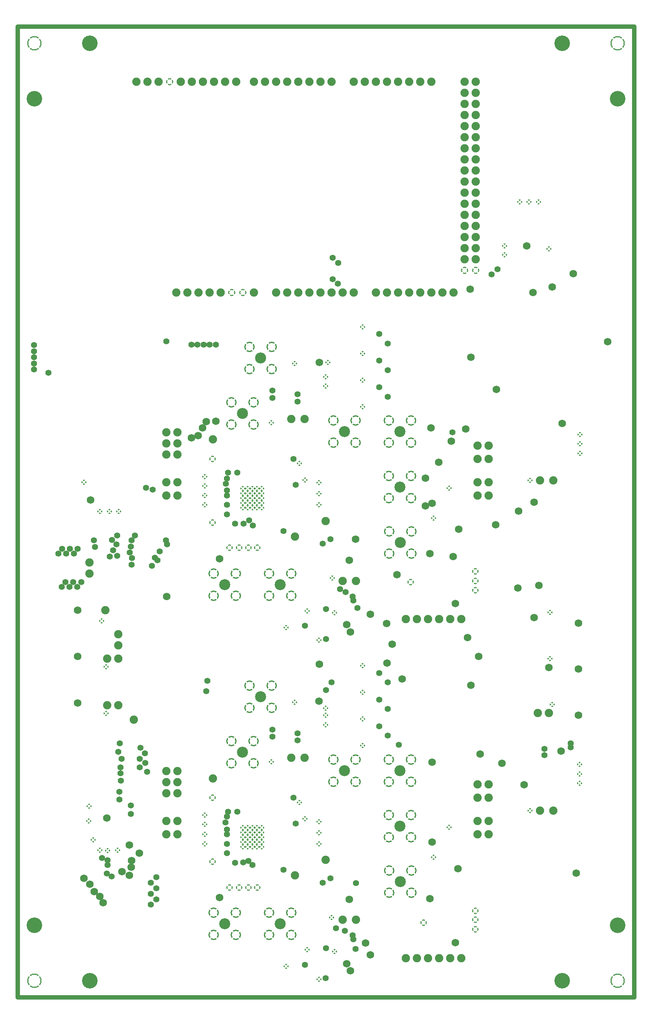
<source format=gbr>
%TF.GenerationSoftware,Altium Limited,Altium Designer,23.1.1 (15)*%
G04 Layer_Physical_Order=2*
G04 Layer_Color=32768*
%FSLAX45Y45*%
%MOMM*%
%TF.SameCoordinates,0F2ED6FA-663B-4D60-9F9C-34395667DD86*%
%TF.FilePolarity,Negative*%
%TF.FileFunction,Copper,L2,Inr,Plane*%
%TF.Part,Single*%
G01*
G75*
%TA.AperFunction,NonConductor*%
%ADD39C,1.01600*%
%TA.AperFunction,ViaPad*%
%ADD40C,3.55600*%
%TA.AperFunction,ComponentPad*%
%ADD41C,1.91600*%
G04:AMPARAMS|DCode=42|XSize=3.302mm|YSize=3.302mm|CornerRadius=0mm|HoleSize=0mm|Usage=FLASHONLY|Rotation=0.000|XOffset=0mm|YOffset=0mm|HoleType=Round|Shape=Relief|Width=0.254mm|Gap=0.254mm|Entries=4|*
%AMTHD42*
7,0,0,3.30200,2.79400,0.25400,45*
%
%ADD42THD42*%
G04:AMPARAMS|DCode=43|XSize=1.662mm|YSize=1.662mm|CornerRadius=0mm|HoleSize=0mm|Usage=FLASHONLY|Rotation=0.000|XOffset=0mm|YOffset=0mm|HoleType=Round|Shape=Relief|Width=0.254mm|Gap=0.254mm|Entries=4|*
%AMTHD43*
7,0,0,1.66200,1.15400,0.25400,45*
%
%ADD43THD43*%
G04:AMPARAMS|DCode=44|XSize=2.362mm|YSize=2.362mm|CornerRadius=0mm|HoleSize=0mm|Usage=FLASHONLY|Rotation=0.000|XOffset=0mm|YOffset=0mm|HoleType=Round|Shape=Relief|Width=0.254mm|Gap=0.254mm|Entries=4|*
%AMTHD44*
7,0,0,2.36200,1.85400,0.25400,45*
%
%ADD44THD44*%
%ADD45C,2.51600*%
%TA.AperFunction,ViaPad*%
%ADD46C,1.39700*%
%ADD47C,1.91600*%
%ADD48C,1.72720*%
G04:AMPARAMS|DCode=49|XSize=1.143mm|YSize=1.143mm|CornerRadius=0mm|HoleSize=0mm|Usage=FLASHONLY|Rotation=0.000|XOffset=0mm|YOffset=0mm|HoleType=Round|Shape=Relief|Width=0.254mm|Gap=0.254mm|Entries=4|*
%AMTHD49*
7,0,0,1.14300,0.63500,0.25400,45*
%
%ADD49THD49*%
G04:AMPARAMS|DCode=50|XSize=1.4732mm|YSize=1.4732mm|CornerRadius=0mm|HoleSize=0mm|Usage=FLASHONLY|Rotation=0.000|XOffset=0mm|YOffset=0mm|HoleType=Round|Shape=Relief|Width=0.254mm|Gap=0.254mm|Entries=4|*
%AMTHD50*
7,0,0,1.47320,0.96520,0.25400,45*
%
%ADD50THD50*%
D39*
X0Y0D02*
Y22225000D01*
X14122400D01*
Y0D02*
Y22225000D01*
X0Y0D02*
X14122400D01*
D40*
X12471400Y381000D02*
D03*
X13741400Y1651000D02*
D03*
Y20574001D02*
D03*
X12471400Y21844000D02*
D03*
X1651000Y381000D02*
D03*
X381000Y1651000D02*
D03*
Y20574001D02*
D03*
X1651000Y21844000D02*
D03*
D41*
X11963400Y11836400D02*
D03*
X6261100Y13246100D02*
D03*
Y5486400D02*
D03*
X11963400Y4279900D02*
D03*
X7442200Y9537700D02*
D03*
Y1778000D02*
D03*
X1638300Y9956800D02*
D03*
X12268200Y11836400D02*
D03*
X3657600Y12433300D02*
D03*
X3403600D02*
D03*
X3657600Y12687300D02*
D03*
X3403600D02*
D03*
X3657600Y12941299D02*
D03*
X3403600D02*
D03*
X3657600Y4673600D02*
D03*
X3403600D02*
D03*
X3657600Y4927600D02*
D03*
X3403600D02*
D03*
X3657600Y5181600D02*
D03*
X3403600D02*
D03*
X6565900Y5486400D02*
D03*
X7747000Y1778000D02*
D03*
X4470400Y5016500D02*
D03*
X10160000Y901700D02*
D03*
X9906000D02*
D03*
X9652000D02*
D03*
X9398000D02*
D03*
X9144000D02*
D03*
X8890000D02*
D03*
X6350000Y2794000D02*
D03*
X7048500Y3149600D02*
D03*
X3657600Y4038600D02*
D03*
X3403600D02*
D03*
Y3733800D02*
D03*
X3657600D02*
D03*
X10528300Y4876800D02*
D03*
X10782300D02*
D03*
Y4572000D02*
D03*
X10528300D02*
D03*
Y4038600D02*
D03*
X10782300D02*
D03*
Y3733800D02*
D03*
X10528300D02*
D03*
X7048500Y10909300D02*
D03*
X4470400Y12776200D02*
D03*
X10782300Y11798300D02*
D03*
X10528300D02*
D03*
Y11493500D02*
D03*
X10782300D02*
D03*
Y12636500D02*
D03*
X10528300D02*
D03*
Y12331700D02*
D03*
X10782300D02*
D03*
X3403600Y11798300D02*
D03*
X3657600D02*
D03*
Y11493500D02*
D03*
X3403600D02*
D03*
X6350000Y10553700D02*
D03*
X10160000Y8661400D02*
D03*
X9906000D02*
D03*
X9652000D02*
D03*
X9398000D02*
D03*
X9144000D02*
D03*
X8890000D02*
D03*
X7747000Y9537700D02*
D03*
X6565900Y13246100D02*
D03*
X11912600Y6515100D02*
D03*
X12166600D02*
D03*
X2044700Y6692900D02*
D03*
X2298700D02*
D03*
X1638300Y9702800D02*
D03*
X2298700Y7759700D02*
D03*
X2044700D02*
D03*
X2298700Y8318500D02*
D03*
Y8064500D02*
D03*
X12268200Y4279900D02*
D03*
X6172200Y16141701D02*
D03*
X6680200D02*
D03*
X6426200D02*
D03*
X7188200D02*
D03*
X6934200D02*
D03*
X7696200D02*
D03*
X7442200D02*
D03*
X5918200D02*
D03*
X10490200Y16903700D02*
D03*
X10236200D02*
D03*
X10490200Y17665700D02*
D03*
Y17411700D02*
D03*
Y17157700D02*
D03*
Y17919701D02*
D03*
X10236200Y17665700D02*
D03*
Y17411700D02*
D03*
Y17157700D02*
D03*
Y17919701D02*
D03*
X10490200Y18935699D02*
D03*
Y18681700D02*
D03*
X10236200D02*
D03*
X10490200Y18427699D02*
D03*
X10236200D02*
D03*
X10490200Y18173700D02*
D03*
X10236200D02*
D03*
Y18935699D02*
D03*
X10490200Y19697701D02*
D03*
Y19443700D02*
D03*
Y19189700D02*
D03*
Y19951700D02*
D03*
X10236200Y19697701D02*
D03*
Y19443700D02*
D03*
Y19189700D02*
D03*
Y19951700D02*
D03*
X7950200Y20967700D02*
D03*
X8458200D02*
D03*
X8204200D02*
D03*
X8966200D02*
D03*
X8712200D02*
D03*
X9474200D02*
D03*
X9220200D02*
D03*
X7696200D02*
D03*
X5664200D02*
D03*
X6172200D02*
D03*
X5918200D02*
D03*
X6680200D02*
D03*
X6426200D02*
D03*
X7188200D02*
D03*
X6934200D02*
D03*
X3987800D02*
D03*
X3733800D02*
D03*
X4495800D02*
D03*
X4241800D02*
D03*
X2971800D02*
D03*
X2717800D02*
D03*
X3225800D02*
D03*
X5003800D02*
D03*
X4749800D02*
D03*
X5410200D02*
D03*
X10490200D02*
D03*
Y20713699D02*
D03*
X10236200D02*
D03*
X10490200Y20459700D02*
D03*
X10236200D02*
D03*
X10490200Y20205701D02*
D03*
X10236200D02*
D03*
Y20967700D02*
D03*
X8458200Y16141701D02*
D03*
X8966200D02*
D03*
X8712200D02*
D03*
X9474200D02*
D03*
X9220200D02*
D03*
X9982200D02*
D03*
X9728200D02*
D03*
X8204200D02*
D03*
X3886200D02*
D03*
X4394200D02*
D03*
X4140200D02*
D03*
X4648200D02*
D03*
X5410200D02*
D03*
X3632200D02*
D03*
D42*
X381000Y21844000D02*
D03*
Y381000D02*
D03*
X13741400Y21844000D02*
D03*
Y381000D02*
D03*
D43*
X10490200Y16649699D02*
D03*
X10236200D02*
D03*
X5156200Y16141701D02*
D03*
X4902200D02*
D03*
X3479800Y20967700D02*
D03*
D44*
X9004300Y13208000D02*
D03*
X8496300D02*
D03*
X9004300Y12700000D02*
D03*
X8496300Y11938000D02*
D03*
Y12700000D02*
D03*
X9004300Y11430000D02*
D03*
Y11938000D02*
D03*
X9017000Y10668000D02*
D03*
X8509000D02*
D03*
X8496300Y11430000D02*
D03*
X9017000Y10160000D02*
D03*
X8509000D02*
D03*
X7226300Y13208000D02*
D03*
X5816600Y14389101D02*
D03*
Y14897099D02*
D03*
X7734300Y13208000D02*
D03*
Y12700000D02*
D03*
X7226300D02*
D03*
X5397500Y13119099D02*
D03*
Y13627100D02*
D03*
X6261100Y9194800D02*
D03*
Y9702800D02*
D03*
X5753100Y9194800D02*
D03*
Y9702800D02*
D03*
X9004300Y4178300D02*
D03*
Y4940300D02*
D03*
X9017000Y2908300D02*
D03*
Y2400300D02*
D03*
X9004300Y5448300D02*
D03*
X8496300Y4178300D02*
D03*
Y4940300D02*
D03*
X9004300Y3670300D02*
D03*
X8509000Y2908300D02*
D03*
X8496300Y3670300D02*
D03*
Y5448300D02*
D03*
X8509000Y2400300D02*
D03*
X7226300Y5448300D02*
D03*
X5816600Y6629400D02*
D03*
Y7137400D02*
D03*
X7734300Y5448300D02*
D03*
Y4940300D02*
D03*
X7226300D02*
D03*
X5397500Y5359400D02*
D03*
Y5867400D02*
D03*
X6261100Y1435100D02*
D03*
Y1943100D02*
D03*
X5753100Y1435100D02*
D03*
Y1943100D02*
D03*
X5308600Y14897099D02*
D03*
Y14389101D02*
D03*
X4889500Y13119099D02*
D03*
Y13627100D02*
D03*
X5308600Y7137400D02*
D03*
Y6629400D02*
D03*
X4991100Y9702800D02*
D03*
Y9194800D02*
D03*
X4889500Y5359400D02*
D03*
Y5867400D02*
D03*
X4483100Y9194800D02*
D03*
Y9702800D02*
D03*
X4991100Y1943100D02*
D03*
Y1435100D02*
D03*
X4483100D02*
D03*
Y1943100D02*
D03*
D45*
X6007100Y1689100D02*
D03*
X5143500Y5613400D02*
D03*
X4737100Y1689100D02*
D03*
X7480300Y5194300D02*
D03*
X5562600Y6883400D02*
D03*
X8750300Y5194300D02*
D03*
X8763000Y2654300D02*
D03*
X8750300Y3924300D02*
D03*
X8763000Y10414000D02*
D03*
X8750300Y11684000D02*
D03*
X5562600Y14643100D02*
D03*
X8750300Y12953999D02*
D03*
X4737100Y9448800D02*
D03*
X7480300Y12953999D02*
D03*
X6007100Y9448800D02*
D03*
X5143500Y13373100D02*
D03*
D46*
X3390900Y10464800D02*
D03*
X7747000Y2616200D02*
D03*
X8729643Y5786241D02*
D03*
X8280400Y7429500D02*
D03*
X8470900Y7213600D02*
D03*
X12661900Y5816600D02*
D03*
X10855637Y16551741D02*
D03*
X7213600Y16446500D02*
D03*
X7216330Y16931801D02*
D03*
X7327900Y16344901D02*
D03*
X7340600Y16814799D02*
D03*
X6410518Y13806339D02*
D03*
X10985500Y16675101D02*
D03*
X2057400Y3143250D02*
D03*
X1930400Y3194050D02*
D03*
X4762500Y11760200D02*
D03*
X4791578Y11876955D02*
D03*
X4394200Y14941550D02*
D03*
X4254500D02*
D03*
X4114800D02*
D03*
X3975100D02*
D03*
X4533900D02*
D03*
X3403600Y15024100D02*
D03*
X368300Y14376401D02*
D03*
X698500Y14300200D02*
D03*
X368300Y14935201D02*
D03*
Y14795500D02*
D03*
Y14655800D02*
D03*
Y14516100D02*
D03*
X5029200Y12014200D02*
D03*
X4813300D02*
D03*
X7782034Y8917145D02*
D03*
X7383886Y9347200D02*
D03*
X7061200Y7035800D02*
D03*
X5384800Y10807700D02*
D03*
X2146300Y2768600D02*
D03*
X5166589Y3092450D02*
D03*
X3175000Y2755900D02*
D03*
X5372100Y3035300D02*
D03*
X5283200Y3124200D02*
D03*
X2039276Y2838060D02*
D03*
X3049221Y2122121D02*
D03*
X2057400Y3035300D02*
D03*
X4791655Y4143920D02*
D03*
X4787900Y3848100D02*
D03*
Y11607800D02*
D03*
X5295900Y10922000D02*
D03*
X4762343Y4003299D02*
D03*
X1016000Y10274300D02*
D03*
X1371600D02*
D03*
X927100Y10160000D02*
D03*
X1282700D02*
D03*
X1193800Y10274300D02*
D03*
X1104900Y10160000D02*
D03*
X1181100Y9398000D02*
D03*
X1456248Y9505056D02*
D03*
X1270000Y9512300D02*
D03*
X1358900Y9398000D02*
D03*
X1092200Y9512300D02*
D03*
X1003300Y9398000D02*
D03*
X2349500Y5270500D02*
D03*
Y5130800D02*
D03*
X2362200Y4965700D02*
D03*
X2374900Y5461000D02*
D03*
X2298700Y5626100D02*
D03*
X2336800Y5816600D02*
D03*
X2959100Y5168900D02*
D03*
X2794000Y5270500D02*
D03*
X2921000Y5372100D02*
D03*
X2794000Y5461000D02*
D03*
X2908300Y5588000D02*
D03*
X2806700Y5715000D02*
D03*
X4343400Y7251700D02*
D03*
X4318000Y7010400D02*
D03*
X7188200Y7213600D02*
D03*
X2184400Y10236200D02*
D03*
X2108200Y10096500D02*
D03*
X2273300Y10109200D02*
D03*
X2260600Y10375900D02*
D03*
X2159000Y10477500D02*
D03*
X2273300Y10579100D02*
D03*
X1739900Y10464800D02*
D03*
X1765300Y10312400D02*
D03*
X2603500Y9906000D02*
D03*
X2616200Y10058400D02*
D03*
X2565400Y10185400D02*
D03*
X2590800Y10325100D02*
D03*
X2603500Y10464800D02*
D03*
X2679700Y10579100D02*
D03*
X12661900Y5727700D02*
D03*
X12065000Y5549900D02*
D03*
Y5689600D02*
D03*
X2940096Y11666362D02*
D03*
X3089239Y11624711D02*
D03*
X7691354Y1325646D02*
D03*
X7737135Y1112545D02*
D03*
X7670800Y1422400D02*
D03*
X2590800Y4394200D02*
D03*
Y4203700D02*
D03*
X2324100Y4711700D02*
D03*
Y4533900D02*
D03*
X7289800Y1587500D02*
D03*
X7691354Y9085346D02*
D03*
X7512050Y9283700D02*
D03*
X7670800Y9182100D02*
D03*
X7061200Y8204200D02*
D03*
Y8890000D02*
D03*
X7048500Y444500D02*
D03*
X7061200Y1130300D02*
D03*
X3416300Y10369550D02*
D03*
X3200400Y10007600D02*
D03*
X3073400Y9880600D02*
D03*
X3138119Y10069881D02*
D03*
X3253699Y10208301D02*
D03*
X3175000Y2501900D02*
D03*
X3048000Y2628900D02*
D03*
X3175000Y2247900D02*
D03*
X3048000Y2374900D02*
D03*
X6578600Y749300D02*
D03*
X6318250Y4572000D02*
D03*
X6366617Y3977025D02*
D03*
X6410518Y6046638D02*
D03*
X5829300Y6134100D02*
D03*
X6410518Y5881538D02*
D03*
X5829300Y5969000D02*
D03*
X7493000Y1524000D02*
D03*
X6985000Y2628900D02*
D03*
X7162800Y2730500D02*
D03*
X8470900Y6604000D02*
D03*
Y5994400D02*
D03*
X4787900Y3302000D02*
D03*
Y3517900D02*
D03*
X4813300Y4254500D02*
D03*
X5029200D02*
D03*
X6083300Y2921000D02*
D03*
X6318250Y12331700D02*
D03*
X5829300Y13893800D02*
D03*
X6410518Y13641238D02*
D03*
X5829300Y13728700D02*
D03*
X6985000Y10388600D02*
D03*
X4787900Y3733800D02*
D03*
X8280400Y6819900D02*
D03*
Y6210300D02*
D03*
X4978400Y3086100D02*
D03*
X6083300Y10680700D02*
D03*
X5168900Y10845800D02*
D03*
X4787900Y11061700D02*
D03*
Y11277600D02*
D03*
X8470900Y13754100D02*
D03*
Y14363699D02*
D03*
Y14973300D02*
D03*
X9956800Y12941299D02*
D03*
X7162800Y10490200D02*
D03*
X6366617Y11736725D02*
D03*
X6578600Y8509000D02*
D03*
X8280400Y14579601D02*
D03*
Y13970000D02*
D03*
Y15189200D02*
D03*
X4787900Y11493500D02*
D03*
X4978400Y10845800D02*
D03*
D47*
X2654300Y6362700D02*
D03*
X2006600Y8864600D02*
D03*
D48*
X9969500Y10096500D02*
D03*
X8686800Y9677400D02*
D03*
X8077230Y8772652D02*
D03*
X10947400Y10820400D02*
D03*
X11798300Y16141701D02*
D03*
X10960100Y13919200D02*
D03*
X10375900Y7150100D02*
D03*
X8801100Y7289800D02*
D03*
X6908800Y7632700D02*
D03*
X13512801Y15011400D02*
D03*
X12242800Y16268700D02*
D03*
X12788900Y2844800D02*
D03*
X12725400Y16573500D02*
D03*
X12839700Y8572500D02*
D03*
X10375900Y14655800D02*
D03*
X10363200Y16217900D02*
D03*
X9334500Y11887200D02*
D03*
X7734300Y10490200D02*
D03*
X9334500Y11252200D02*
D03*
X9639300Y12255500D02*
D03*
X9931400Y12738100D02*
D03*
X10261600Y13017500D02*
D03*
X11658600Y17208501D02*
D03*
X12471400Y13144501D02*
D03*
X2603500Y3130550D02*
D03*
X4622800Y2286000D02*
D03*
X4318000Y13182600D02*
D03*
X4533900Y13195300D02*
D03*
X4229100Y13042900D02*
D03*
X4133850Y12865100D02*
D03*
X11468100Y11137900D02*
D03*
X11823700Y11341100D02*
D03*
X11938000Y9436100D02*
D03*
X11823700Y8699500D02*
D03*
X8572500Y8089900D02*
D03*
X8445500Y8559800D02*
D03*
X6896100Y6781800D02*
D03*
X12447275Y5638800D02*
D03*
X2552700Y3492500D02*
D03*
X3975100Y12814301D02*
D03*
X1955800Y2171700D02*
D03*
X1879600Y2311400D02*
D03*
X1511300Y2730500D02*
D03*
X1651000Y2590800D02*
D03*
X1752600Y2425700D02*
D03*
X2552700Y2794000D02*
D03*
X2597788Y2977512D02*
D03*
X2387600Y2882900D02*
D03*
X2781300Y3302000D02*
D03*
X1371600Y8864600D02*
D03*
X11455400Y9372600D02*
D03*
X9436100Y2260600D02*
D03*
X8077200Y977900D02*
D03*
X9436100Y10160000D02*
D03*
X9486900Y5384800D02*
D03*
X12166600Y7556500D02*
D03*
X10591800Y5575300D02*
D03*
X11601826Y4870826D02*
D03*
X11087100Y5359400D02*
D03*
X10299700Y8242300D02*
D03*
X10553700Y7810500D02*
D03*
X10096500Y10718800D02*
D03*
X10083800Y2946400D02*
D03*
X8458200Y7658100D02*
D03*
X7531100Y8534400D02*
D03*
X3416173Y9176730D02*
D03*
X2040357Y4105143D02*
D03*
X1371600Y6743700D02*
D03*
Y7810500D02*
D03*
X1663700Y11391900D02*
D03*
X12839700Y6464300D02*
D03*
Y7518400D02*
D03*
X10020300Y1257300D02*
D03*
X7594600Y2247900D02*
D03*
X7962900Y1244600D02*
D03*
X7531100Y774700D02*
D03*
X7620000Y609600D02*
D03*
Y8369300D02*
D03*
X7594600Y10007600D02*
D03*
X10020300Y9017000D02*
D03*
X9486900Y3556000D02*
D03*
X4622800Y10045700D02*
D03*
X6908800Y14541499D02*
D03*
X9486900Y11315700D02*
D03*
X9461500Y13042900D02*
D03*
D49*
X9522800Y3212079D02*
D03*
X12865100Y5334000D02*
D03*
X12877800Y12674600D02*
D03*
Y12890500D02*
D03*
Y12458700D02*
D03*
X12166600Y17138651D02*
D03*
X11150600Y17203650D02*
D03*
X11493500Y18211800D02*
D03*
X11709400D02*
D03*
X11925300D02*
D03*
X11150600Y17005299D02*
D03*
X12865100Y4902200D02*
D03*
Y5118100D02*
D03*
X2057400Y3365500D02*
D03*
X1631108Y4381736D02*
D03*
X1625600Y4038600D02*
D03*
X1727200Y3606800D02*
D03*
X1876729Y3370624D02*
D03*
X2283129D02*
D03*
X7055902Y6244332D02*
D03*
X7053798Y6457950D02*
D03*
X7056340Y13995399D02*
D03*
X7048500Y14211301D02*
D03*
X2311400Y11125200D02*
D03*
X2095500D02*
D03*
X1879600D02*
D03*
X4279900Y3517900D02*
D03*
Y3733800D02*
D03*
Y4171950D02*
D03*
Y3962400D02*
D03*
Y11925300D02*
D03*
Y11709400D02*
D03*
Y11277600D02*
D03*
Y11493500D02*
D03*
X7054327Y6620470D02*
D03*
X1511300Y11798300D02*
D03*
X7251700Y1047750D02*
D03*
X2019300Y6502400D02*
D03*
X7188200Y1828800D02*
D03*
X7203211Y9603511D02*
D03*
X7251700Y8807450D02*
D03*
X6337300Y6756400D02*
D03*
X6896100Y8178800D02*
D03*
X11734800Y11836400D02*
D03*
X12239833Y6705600D02*
D03*
X12192000Y7759700D02*
D03*
X6146800Y8470900D02*
D03*
X1924050Y8623300D02*
D03*
X2019300Y7569200D02*
D03*
X6896100Y419100D02*
D03*
X7899400Y7594600D02*
D03*
X6453475Y4466412D02*
D03*
X9880600Y3898900D02*
D03*
X6578600Y4089400D02*
D03*
X5803900Y5397500D02*
D03*
X7899400Y6375400D02*
D03*
Y5765800D02*
D03*
X6629400Y1092200D02*
D03*
X6146800Y711200D02*
D03*
X7899400Y6985000D02*
D03*
X6896100Y4025900D02*
D03*
Y3771900D02*
D03*
Y3517900D02*
D03*
X6578600Y11849100D02*
D03*
X6629400Y8851900D02*
D03*
X6337300Y14516100D02*
D03*
X7099300Y14541499D02*
D03*
X6896100Y11277600D02*
D03*
Y11531600D02*
D03*
Y11785600D02*
D03*
X6453475Y12226112D02*
D03*
X5803900Y13157201D02*
D03*
X11734800Y4279900D02*
D03*
X12192000Y8813800D02*
D03*
X7899400Y14744701D02*
D03*
Y14135100D02*
D03*
Y13525500D02*
D03*
Y15354300D02*
D03*
X9522800Y10971779D02*
D03*
X9880600Y11658600D02*
D03*
X5372100Y11650000D02*
D03*
X5592100D02*
D03*
X5482102D02*
D03*
X5592100Y11540002D02*
D03*
X5482102D02*
D03*
X5372100D02*
D03*
X5482102Y11430000D02*
D03*
X5592100D02*
D03*
Y11319998D02*
D03*
X5482102D02*
D03*
X5372100Y11430000D02*
D03*
Y11319998D02*
D03*
X5592100Y11210000D02*
D03*
X5372100D02*
D03*
X5482102D02*
D03*
X5372100Y3890300D02*
D03*
X5592100D02*
D03*
X5482102D02*
D03*
X5592100Y3780302D02*
D03*
X5482102D02*
D03*
X5372100D02*
D03*
X5482102Y3670300D02*
D03*
X5592100D02*
D03*
Y3560298D02*
D03*
X5482102D02*
D03*
X5372100Y3670300D02*
D03*
Y3560298D02*
D03*
X5592100Y3450300D02*
D03*
X5372100D02*
D03*
X5482102D02*
D03*
X5262098Y11650000D02*
D03*
Y11540002D02*
D03*
X5152100Y11650000D02*
D03*
Y11540002D02*
D03*
X5262098Y11430000D02*
D03*
Y11319998D02*
D03*
X5152100Y11210000D02*
D03*
X5262098D02*
D03*
X5152100Y11430000D02*
D03*
Y11319998D02*
D03*
X5262098Y3890300D02*
D03*
X5152100D02*
D03*
X5262098Y3780302D02*
D03*
Y3670300D02*
D03*
Y3560298D02*
D03*
Y3450300D02*
D03*
X5152100Y3670300D02*
D03*
Y3780302D02*
D03*
Y3450300D02*
D03*
Y3560298D02*
D03*
D50*
X10477500Y9321800D02*
D03*
Y9537700D02*
D03*
Y9753600D02*
D03*
Y1562100D02*
D03*
Y1778000D02*
D03*
Y1981200D02*
D03*
X5486400Y2514600D02*
D03*
X5283200D02*
D03*
X5067300D02*
D03*
X4851400D02*
D03*
X5486400Y10299700D02*
D03*
X5283200D02*
D03*
X5067300D02*
D03*
X4851400D02*
D03*
X4457700Y12331700D02*
D03*
X9296400Y1714500D02*
D03*
X8997762Y9506138D02*
D03*
X4457700Y3111500D02*
D03*
Y4572000D02*
D03*
Y10871200D02*
D03*
%TF.MD5,c3e50214150d29c0e0ce25ee2c7b1a25*%
M02*

</source>
